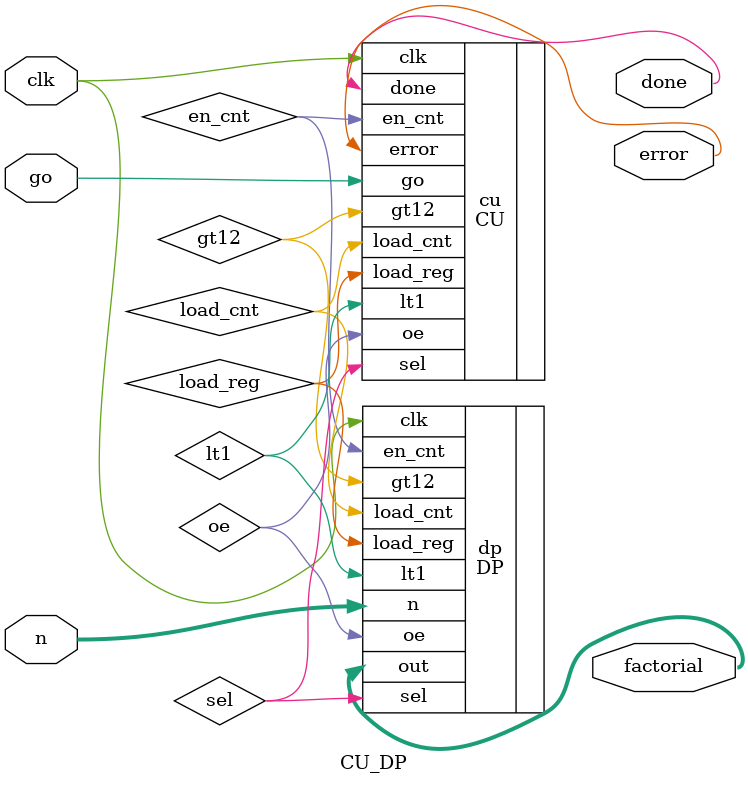
<source format=v>
module CU_DP (
	input [3:0] n,
	input clk, go,

	output done, error, 
	output [31:0] factorial
);

	wire lt1, gt12, load_cnt, en_cnt, load_reg, oe, sel;

	CU cu (
		.go(go), .clk(clk), .lt1(lt1), .gt12(gt12), .load_cnt(load_cnt), 
		.en_cnt(en_cnt), .load_reg(load_reg), .oe(oe), .sel(sel), 
		.done(done), .error(error)
	);

	DP dp (
		.n(n), .clk(clk), .load_cnt(load_cnt), .load_reg(load_reg),
		.en_cnt(en_cnt), .sel(sel), .oe(oe), .lt1(lt1), .gt12(gt12), 
		.out(factorial)
	);

endmodule
</source>
